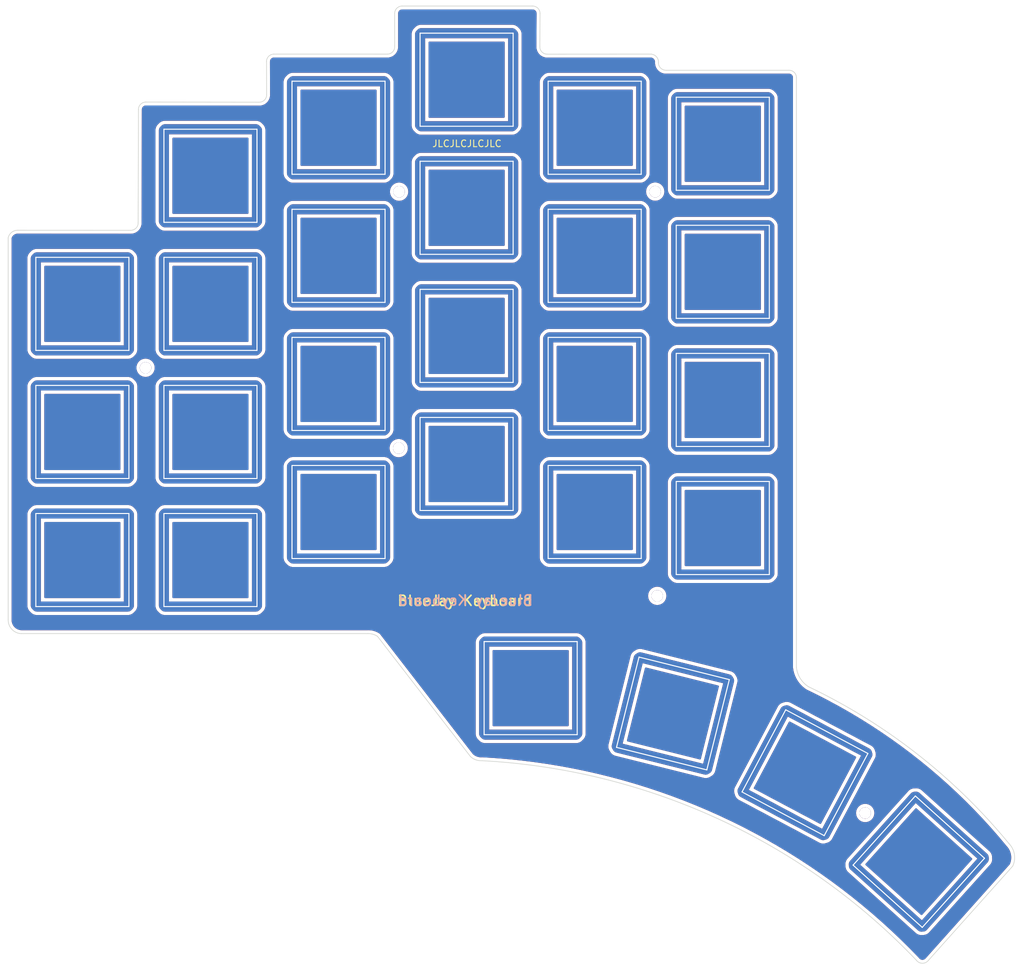
<source format=kicad_pcb>
(kicad_pcb (version 20211014) (generator pcbnew)
  (title_block (title "BlueJay Left"))
  (layers (0 "F.Cu" signal) (31 "B.Cu" signal) (36 "B.SilkS" user "B.Silkscreen") (37 "F.SilkS" user "F.Silkscreen") (38 "B.Mask" user) (39 "F.Mask" user) (44 "Edge.Cuts" user))
  (net 0 "")
  (footprint "BlueJay footprints:SW_Hole_TH" (layer "F.Cu") (at 19.05 2.3813)
    (fp_text reference "SWa3" hide)
    (fp_text value "KEYSW" hide)
    (pad "" np_thru_hole oval (at 0 -6.9215 90) (size 1.5 15) (drill oval 0.15 14) (layers *.Cu))
    (pad "" np_thru_hole oval (at -6.9215 0) (size 1.5 15) (drill oval 0.15 14) (layers *.Cu))
    (pad "" np_thru_hole oval (at 6.9215 0) (size 1.5 15) (drill oval 0.15 14) (layers *.Cu))
    (pad "" np_thru_hole oval (at 0 6.9215 90) (size 1.5 15) (drill oval 0.15 14) (layers *.Cu))
  )
  (footprint "BlueJay footprints:SW_Hole_TH" (layer "F.Cu") (at 48.2012 71.0563 -42)
    (fp_text reference "SWa5" hide)
    (fp_text value "KEYSW" hide)
    (pad "" np_thru_hole oval (at -6.9215 0 318) (size 1.5 15) (drill oval 0.15 14) (layers *.Cu))
    (pad "" np_thru_hole oval (at 0 6.9215 48) (size 1.5 15) (drill oval 0.15 14) (layers *.Cu))
    (pad "" np_thru_hole oval (at 6.9215 0 318) (size 1.5 15) (drill oval 0.15 14) (layers *.Cu))
    (pad "" np_thru_hole oval (at 0 -6.9215 48) (size 1.5 15) (drill oval 0.15 14) (layers *.Cu))
  )
  (footprint "BlueJay footprints:SW_Hole_TH" (layer "F.Cu") (at -76.2 -11.9063)
    (fp_text reference "SWf2" hide)
    (fp_text value "KEYSW" hide)
    (pad "" np_thru_hole oval (at -6.9215 0) (size 1.5 15) (drill oval 0.15 14) (layers *.Cu))
    (pad "" np_thru_hole oval (at 0 -6.9215 90) (size 1.5 15) (drill oval 0.15 14) (layers *.Cu))
    (pad "" np_thru_hole oval (at 6.9215 0) (size 1.5 15) (drill oval 0.15 14) (layers *.Cu))
    (pad "" np_thru_hole oval (at 0 6.9215 90) (size 1.5 15) (drill oval 0.15 14) (layers *.Cu))
  )
  (footprint "BlueJay footprints:SW_Hole_TH" (layer "F.Cu") (at -19.05 -26.1938)
    (fp_text reference "SWc2" hide)
    (fp_text value "KEYSW" hide)
    (pad "" np_thru_hole oval (at 0 -6.9215 90) (size 1.5 15) (drill oval 0.15 14) (layers *.Cu))
    (pad "" np_thru_hole oval (at -6.9215 0) (size 1.5 15) (drill oval 0.15 14) (layers *.Cu))
    (pad "" np_thru_hole oval (at 6.9215 0) (size 1.5 15) (drill oval 0.15 14) (layers *.Cu))
    (pad "" np_thru_hole oval (at 0 6.9215 90) (size 1.5 15) (drill oval 0.15 14) (layers *.Cu))
  )
  (footprint "BlueJay footprints:SW_Hole_TH" (layer "F.Cu") (at -38.1 -38.1)
    (fp_text reference "SWd1" hide)
    (fp_text value "KEYSW" hide)
    (pad "" np_thru_hole oval (at 6.9215 0) (size 1.5 15) (drill oval 0.15 14) (layers *.Cu))
    (pad "" np_thru_hole oval (at 0 6.9215 90) (size 1.5 15) (drill oval 0.15 14) (layers *.Cu))
    (pad "" np_thru_hole oval (at 0 -6.9215 90) (size 1.5 15) (drill oval 0.15 14) (layers *.Cu))
    (pad "" np_thru_hole oval (at -6.9215 0) (size 1.5 15) (drill oval 0.15 14) (layers *.Cu))
  )
  (footprint "BlueJay footprints:SW_Hole_TH" (layer "F.Cu") (at -19.05 -7.1438)
    (fp_text reference "SWc3" hide)
    (fp_text value "KEYSW" hide)
    (pad "" np_thru_hole oval (at 0 -6.9215 90) (size 1.5 15) (drill oval 0.15 14) (layers *.Cu))
    (pad "" np_thru_hole oval (at -6.9215 0) (size 1.5 15) (drill oval 0.15 14) (layers *.Cu))
    (pad "" np_thru_hole oval (at 6.9215 0) (size 1.5 15) (drill oval 0.15 14) (layers *.Cu))
    (pad "" np_thru_hole oval (at 0 6.9215 90) (size 1.5 15) (drill oval 0.15 14) (layers *.Cu))
  )
  (footprint "BlueJay footprints:SW_Hole_TH" (layer "F.Cu") (at -57.15 7.1438)
    (fp_text reference "SWe3" hide)
    (fp_text value "KEYSW" hide)
    (pad "" np_thru_hole oval (at 0 -6.9215 90) (size 1.5 15) (drill oval 0.15 14) (layers *.Cu))
    (pad "" np_thru_hole oval (at 6.9215 0) (size 1.5 15) (drill oval 0.15 14) (layers *.Cu))
    (pad "" np_thru_hole oval (at 0 6.9215 90) (size 1.5 15) (drill oval 0.15 14) (layers *.Cu))
    (pad "" np_thru_hole oval (at -6.9215 0) (size 1.5 15) (drill oval 0.15 14) (layers *.Cu))
  )
  (footprint "BlueJay footprints:SW_Hole_TH" (layer "F.Cu") (at -19.05 11.9063)
    (fp_text reference "SWc4" hide)
    (fp_text value "KEYSW" hide)
    (pad "" np_thru_hole oval (at 6.9215 0) (size 1.5 15) (drill oval 0.15 14) (layers *.Cu))
    (pad "" np_thru_hole oval (at 0 -6.9215 90) (size 1.5 15) (drill oval 0.15 14) (layers *.Cu))
    (pad "" np_thru_hole oval (at 0 6.9215 90) (size 1.5 15) (drill oval 0.15 14) (layers *.Cu))
    (pad "" np_thru_hole oval (at -6.9215 0) (size 1.5 15) (drill oval 0.15 14) (layers *.Cu))
  )
  (footprint "BlueJay footprints:SW_Hole_TH" (layer "F.Cu") (at -57.15 -11.9063)
    (fp_text reference "SWe2" hide)
    (fp_text value "KEYSW" hide)
    (pad "" np_thru_hole oval (at 0 -6.9215 90) (size 1.5 15) (drill oval 0.15 14) (layers *.Cu))
    (pad "" np_thru_hole oval (at 6.9215 0) (size 1.5 15) (drill oval 0.15 14) (layers *.Cu))
    (pad "" np_thru_hole oval (at 0 6.9215 90) (size 1.5 15) (drill oval 0.15 14) (layers *.Cu))
    (pad "" np_thru_hole oval (at -6.9215 0) (size 1.5 15) (drill oval 0.15 14) (layers *.Cu))
  )
  (footprint "BlueJay footprints:SW_Hole_TH" (layer "F.Cu") (at -9.525 45.2438)
    (fp_text reference "SWd5" hide)
    (fp_text value "KEYSW" hide)
    (pad "" np_thru_hole oval (at 6.9215 0) (size 1.5 15) (drill oval 0.15 14) (layers *.Cu))
    (pad "" np_thru_hole oval (at 0 6.9215 90) (size 1.5 15) (drill oval 0.15 14) (layers *.Cu))
    (pad "" np_thru_hole oval (at 0 -6.9215 90) (size 1.5 15) (drill oval 0.15 14) (layers *.Cu))
    (pad "" np_thru_hole oval (at -6.9215 0) (size 1.5 15) (drill oval 0.15 14) (layers *.Cu))
  )
  (footprint "BlueJay footprints:SW_Hole_TH" (layer "F.Cu") (at 19.05 21.4313)
    (fp_text reference "SWa4" hide)
    (fp_text value "KEYSW" hide)
    (pad "" np_thru_hole oval (at -6.9215 0) (size 1.5 15) (drill oval 0.15 14) (layers *.Cu))
    (pad "" np_thru_hole oval (at 0 -6.9215 90) (size 1.5 15) (drill oval 0.15 14) (layers *.Cu))
    (pad "" np_thru_hole oval (at 6.9215 0) (size 1.5 15) (drill oval 0.15 14) (layers *.Cu))
    (pad "" np_thru_hole oval (at 0 6.9215 90) (size 1.5 15) (drill oval 0.15 14) (layers *.Cu))
  )
  (footprint "BlueJay footprints:SW_Hole_TH" (layer "F.Cu") (at 0 -38.1)
    (fp_text reference "SWb1" hide)
    (fp_text value "KEYSW" hide)
    (pad "" np_thru_hole oval (at -6.9215 0) (size 1.5 15) (drill oval 0.15 14) (layers *.Cu))
    (pad "" np_thru_hole oval (at 0 -6.9215 90) (size 1.5 15) (drill oval 0.15 14) (layers *.Cu))
    (pad "" np_thru_hole oval (at 6.9215 0) (size 1.5 15) (drill oval 0.15 14) (layers *.Cu))
    (pad "" np_thru_hole oval (at 0 6.9215 90) (size 1.5 15) (drill oval 0.15 14) (layers *.Cu))
  )
  (footprint "BlueJay footprints:SW_Hole_TH" (layer "F.Cu") (at 0 -19.05)
    (fp_text reference "SWb2" hide)
    (fp_text value "KEYSW" hide)
    (pad "" np_thru_hole oval (at 0 -6.9215 90) (size 1.5 15) (drill oval 0.15 14) (layers *.Cu))
    (pad "" np_thru_hole oval (at 6.9215 0) (size 1.5 15) (drill oval 0.15 14) (layers *.Cu))
    (pad "" np_thru_hole oval (at 0 6.9215 90) (size 1.5 15) (drill oval 0.15 14) (layers *.Cu))
    (pad "" np_thru_hole oval (at -6.9215 0) (size 1.5 15) (drill oval 0.15 14) (layers *.Cu))
  )
  (footprint "BlueJay footprints:SW_Hole_TH" (layer "F.Cu") (at 19.05 -16.6688)
    (fp_text reference "SWa2" hide)
    (fp_text value "KEYSW" hide)
    (pad "" np_thru_hole oval (at 0 6.9215 90) (size 1.5 15) (drill oval 0.15 14) (layers *.Cu))
    (pad "" np_thru_hole oval (at 0 -6.9215 90) (size 1.5 15) (drill oval 0.15 14) (layers *.Cu))
    (pad "" np_thru_hole oval (at -6.9215 0) (size 1.5 15) (drill oval 0.15 14) (layers *.Cu))
    (pad "" np_thru_hole oval (at 6.9215 0) (size 1.5 15) (drill oval 0.15 14) (layers *.Cu))
  )
  (footprint "BlueJay footprints:Drill hole" (layer "F.Cu") (at 40.23 63.82)
    (fp_text reference "H8" hide)
    (fp_text value "M2")
    (pad "" thru_hole circle (at 0 0) (size 1.7 1.7) (drill 1.7) (layers *.Cu *.Mask))
  )
  (footprint "BlueJay footprints:SW_Hole_TH" (layer "F.Cu") (at -76.2 7.1438)
    (fp_text reference "SWf3" hide)
    (fp_text value "KEYSW" hide)
    (pad "" np_thru_hole oval (at 6.9215 0) (size 1.5 15) (drill oval 0.15 14) (layers *.Cu))
    (pad "" np_thru_hole oval (at -6.9215 0) (size 1.5 15) (drill oval 0.15 14) (layers *.Cu))
    (pad "" np_thru_hole oval (at 0 -6.9215 90) (size 1.5 15) (drill oval 0.15 14) (layers *.Cu))
    (pad "" np_thru_hole oval (at 0 6.9215 90) (size 1.5 15) (drill oval 0.15 14) (layers *.Cu))
  )
  (footprint "BlueJay footprints:SW_Hole_TH" (layer "F.Cu") (at -38.1 19.05)
    (fp_text reference "SWd4" hide)
    (fp_text value "KEYSW" hide)
    (pad "" np_thru_hole oval (at 0 6.9215 90) (size 1.5 15) (drill oval 0.15 14) (layers *.Cu))
    (pad "" np_thru_hole oval (at 6.9215 0) (size 1.5 15) (drill oval 0.15 14) (layers *.Cu))
    (pad "" np_thru_hole oval (at 0 -6.9215 90) (size 1.5 15) (drill oval 0.15 14) (layers *.Cu))
    (pad "" np_thru_hole oval (at -6.9215 0) (size 1.5 15) (drill oval 0.15 14) (layers *.Cu))
  )
  (footprint "BlueJay footprints:Drill hole" (layer "F.Cu") (at 9 -28.6)
    (fp_text reference "H5" hide)
    (fp_text value "M2")
    (pad "" thru_hole circle (at 0 0) (size 1.7 1.7) (drill 1.7) (layers *.Cu *.Mask))
  )
  (footprint "BlueJay footprints:SW_Hole_TH" (layer "F.Cu") (at 0 19.05)
    (fp_text reference "SWb4" hide)
    (fp_text value "KEYSW" hide)
    (pad "" np_thru_hole oval (at 6.9215 0) (size 1.5 15) (drill oval 0.15 14) (layers *.Cu))
    (pad "" np_thru_hole oval (at 0 -6.9215 90) (size 1.5 15) (drill oval 0.15 14) (layers *.Cu))
    (pad "" np_thru_hole oval (at 0 6.9215 90) (size 1.5 15) (drill oval 0.15 14) (layers *.Cu))
    (pad "" np_thru_hole oval (at -6.9215 0) (size 1.5 15) (drill oval 0.15 14) (layers *.Cu))
  )
  (footprint "BlueJay footprints:SW_Hole_TH" (layer "F.Cu") (at -57.15 26.1938)
    (fp_text reference "SWe4" hide)
    (fp_text value "KEYSW" hide)
    (pad "" np_thru_hole oval (at 0 6.9215 90) (size 1.5 15) (drill oval 0.15 14) (layers *.Cu))
    (pad "" np_thru_hole oval (at 6.9215 0) (size 1.5 15) (drill oval 0.15 14) (layers *.Cu))
    (pad "" np_thru_hole oval (at -6.9215 0) (size 1.5 15) (drill oval 0.15 14) (layers *.Cu))
    (pad "" np_thru_hole oval (at 0 -6.9215 90) (size 1.5 15) (drill oval 0.15 14) (layers *.Cu))
  )
  (footprint "BlueJay footprints:SW_Hole_TH" (layer "F.Cu") (at 19.05 -35.7188)
    (fp_text reference "SWa1" hide)
    (fp_text value "KEYSW" hide)
    (pad "" np_thru_hole oval (at 6.9215 0) (size 1.5 15) (drill oval 0.15 14) (layers *.Cu))
    (pad "" np_thru_hole oval (at 0 6.9215 90) (size 1.5 15) (drill oval 0.15 14) (layers *.Cu))
    (pad "" np_thru_hole oval (at -6.9215 0) (size 1.5 15) (drill oval 0.15 14) (layers *.Cu))
    (pad "" np_thru_hole oval (at 0 -6.9215 90) (size 1.5 15) (drill oval 0.15 14) (layers *.Cu))
  )
  (footprint "BlueJay footprints:Drill hole" (layer "F.Cu") (at -66.8 -2.4)
    (fp_text reference "H7" hide)
    (fp_text value "M2")
    (pad "" thru_hole circle (at 0 0) (size 1.7 1.7) (drill 1.7) (layers *.Cu *.Mask))
  )
  (footprint "BlueJay footprints:MountingHole_2.2mm_M2_Pad" (layer "F.Cu") (at 9.3 31.52)
    (fp_text reference "H3")
    (fp_text value "M2")
    (pad "1" thru_hole circle (at 0 0) (size 1.7 1.7) (drill 1.7) (layers *.Cu *.Mask))
  )
  (footprint "BlueJay footprints:SW_Hole_TH" (layer "F.Cu") (at 0 0)
    (fp_text reference "SWb3" hide)
    (fp_text value "KEYSW" hide)
    (pad "" np_thru_hole oval (at 6.9215 0) (size 1.5 15) (drill oval 0.15 14) (layers *.Cu))
    (pad "" np_thru_hole oval (at 0 -6.9215 90) (size 1.5 15) (drill oval 0.15 14) (layers *.Cu))
    (pad "" np_thru_hole oval (at -6.9215 0) (size 1.5 15) (drill oval 0.15 14) (layers *.Cu))
    (pad "" np_thru_hole oval (at 0 6.9215 90) (size 1.5 15) (drill oval 0.15 14) (layers *.Cu))
  )
  (footprint "BlueJay footprints:SW_Hole_TH" (layer "F.Cu") (at 31.2712 57.8263 -28)
    (fp_text reference "SWb5" hide)
    (fp_text value "KEYSW" hide)
    (pad "" np_thru_hole oval (at 0 -6.9215 62) (size 1.5 15) (drill oval 0.15 14) (layers *.Cu))
    (pad "" np_thru_hole oval (at 6.9215 0 332) (size 1.5 15) (drill oval 0.15 14) (layers *.Cu))
    (pad "" np_thru_hole oval (at 0 6.9215 62) (size 1.5 15) (drill oval 0.15 14) (layers *.Cu))
    (pad "" np_thru_hole oval (at -6.9215 0 332) (size 1.5 15) (drill oval 0.15 14) (layers *.Cu))
  )
  (footprint "BlueJay footprints:Drill hole" (layer "F.Cu") (at -29.15 9.55)
    (fp_text reference "H6" hide)
    (fp_text value "M2")
    (pad "" thru_hole circle (at 0 0) (size 1.7 1.7) (drill 1.7) (layers *.Cu *.Mask))
  )
  (footprint "BlueJay footprints:Drill hole" (layer "F.Cu") (at -29.09 -28.59)
    (fp_text reference "H4" hide)
    (fp_text value "M2")
    (pad "" thru_hole circle (at 0 0) (size 1.7 1.7) (drill 1.7) (layers *.Cu *.Mask))
  )
  (footprint "BlueJay footprints:SW_Hole_TH" (layer "F.Cu") (at -19.05 -45.2438)
    (fp_text reference "SWc1" hide)
    (fp_text value "KEYSW" hide)
    (pad "" np_thru_hole oval (at -6.9215 0) (size 1.5 15) (drill oval 0.15 14) (layers *.Cu))
    (pad "" np_thru_hole oval (at 6.9215 0) (size 1.5 15) (drill oval 0.15 14) (layers *.Cu))
    (pad "" np_thru_hole oval (at 0 -6.9215 90) (size 1.5 15) (drill oval 0.15 14) (layers *.Cu))
    (pad "" np_thru_hole oval (at 0 6.9215 90) (size 1.5 15) (drill oval 0.15 14) (layers *.Cu))
  )
  (footprint "BlueJay footprints:SW_Hole_TH" (layer "F.Cu") (at -57.15 -30.9563)
    (fp_text reference "SWe1" hide)
    (fp_text value "KEYSW" hide)
    (pad "" np_thru_hole oval (at 0 6.9215 90) (size 1.5 15) (drill oval 0.15 14) (layers *.Cu))
    (pad "" np_thru_hole oval (at -6.9215 0) (size 1.5 15) (drill oval 0.15 14) (layers *.Cu))
    (pad "" np_thru_hole oval (at 6.9215 0) (size 1.5 15) (drill oval 0.15 14) (layers *.Cu))
    (pad "" np_thru_hole oval (at 0 -6.9215 90) (size 1.5 15) (drill oval 0.15 14) (layers *.Cu))
  )
  (footprint "BlueJay footprints:SW_Hole_TH" (layer "F.Cu") (at -76.2 26.1938)
    (fp_text reference "SWf4" hide)
    (fp_text value "KEYSW" hide)
    (pad "" np_thru_hole oval (at -6.9215 0) (size 1.5 15) (drill oval 0.15 14) (layers *.Cu))
    (pad "" np_thru_hole oval (at 6.9215 0) (size 1.5 15) (drill oval 0.15 14) (layers *.Cu))
    (pad "" np_thru_hole oval (at 0 6.9215 90) (size 1.5 15) (drill oval 0.15 14) (layers *.Cu))
    (pad "" np_thru_hole oval (at 0 -6.9215 90) (size 1.5 15) (drill oval 0.15 14) (layers *.Cu))
  )
  (footprint "BlueJay footprints:SW_Hole_TH" (layer "F.Cu") (at -38.1 0)
    (fp_text reference "SWd3" hide)
    (fp_text value "KEYSW" hide)
    (pad "" np_thru_hole oval (at 0 -6.9215 90) (size 1.5 15) (drill oval 0.15 14) (layers *.Cu))
    (pad "" np_thru_hole oval (at 0 6.9215 90) (size 1.5 15) (drill oval 0.15 14) (layers *.Cu))
    (pad "" np_thru_hole oval (at 6.9215 0) (size 1.5 15) (drill oval 0.15 14) (layers *.Cu))
    (pad "" np_thru_hole oval (at -6.9215 0) (size 1.5 15) (drill oval 0.15 14) (layers *.Cu))
  )
  (footprint "BlueJay footprints:SW_Hole_TH" (layer "F.Cu") (at 11.6312 49.0163 -14)
    (fp_text reference "SWc5" hide)
    (fp_text value "KEYSW" hide)
    (pad "" np_thru_hole oval (at 6.9215 0 346) (size 1.5 15) (drill oval 0.15 14) (layers *.Cu))
    (pad "" np_thru_hole oval (at -6.9215 0 346) (size 1.5 15) (drill oval 0.15 14) (layers *.Cu))
    (pad "" np_thru_hole oval (at 0 6.9215 76) (size 1.5 15) (drill oval 0.15 14) (layers *.Cu))
    (pad "" np_thru_hole oval (at 0 -6.9215 76) (size 1.5 15) (drill oval 0.15 14) (layers *.Cu))
  )
  (footprint "BlueJay footprints:SW_Hole_TH" (layer "F.Cu") (at -38.1 -19.05)
    (fp_text reference "SWd2" hide)
    (fp_text value "KEYSW" hide)
    (pad "" np_thru_hole oval (at 6.9215 0) (size 1.5 15) (drill oval 0.15 14) (layers *.Cu))
    (pad "" np_thru_hole oval (at 0 -6.9215 90) (size 1.5 15) (drill oval 0.15 14) (layers *.Cu))
    (pad "" np_thru_hole oval (at -6.9215 0) (size 1.5 15) (drill oval 0.15 14) (layers *.Cu))
    (pad "" np_thru_hole oval (at 0 6.9215 90) (size 1.5 15) (drill oval 0.15 14) (layers *.Cu))
  )
  (gr_arc (start -48.81 -47.94) (mid -48.494889 -48.720746) (end -47.72 -49.05) (layer "Edge.Cuts") (width 0.1))
  (gr_arc (start -87.23 -21.74) (mid -86.725569 -22.541982) (end -85.831552 -22.855605) (layer "Edge.Cuts") (width 0.1))
  (gr_line (start 10.63 -46.65) (end 28.91 -46.65) (layer "Edge.Cuts") (width 0.1))
  (gr_line (start -85.831552 -22.855605) (end -68.99133 -22.847097) (layer "Edge.Cuts") (width 0.1))
  (gr_line (start 62.17 71.72) (end 49.62 85.75) (layer "Edge.Cuts") (width 0.1))
  (gr_line (start -48.81 -47.94) (end -48.79133 -43.007097) (layer "Edge.Cuts") (width 0.1))
  (gr_arc (start -9.26 -56.2) (mid -8.459702 -55.884537) (end -8.13 -55.09) (layer "Edge.Cuts") (width 0.1))
  (gr_line (start -29.751552 -55.085605) (end -29.746441 -50.156351) (layer "Edge.Cuts") (width 0.1))
  (gr_line (start -9.26 -56.2) (end -28.66 -56.2) (layer "Edge.Cuts") (width 0.1))
  (gr_line (start -66.771552 -41.92) (end -49.88133 -41.897097) (layer "Edge.Cuts") (width 0.1))
  (gr_arc (start -16.74 56.04) (mid -17.667469 55.912166) (end -18.47 55.43) (layer "Edge.Cuts") (width 0.1))
  (gr_line (start -47.72 -49.05) (end -30.836441 -49.046351) (layer "Edge.Cuts") (width 0.1))
  (gr_line (start -8.13 -55.09) (end -8.164627 -50.134734) (layer "Edge.Cuts") (width 0.1))
  (gr_arc (start -16.74 56.04) (mid 18.380681 64.696706) (end 47.83 85.7) (layer "Edge.Cuts") (width 0.1))
  (gr_line (start 30 -45.54) (end 30 42.15) (layer "Edge.Cuts") (width 0.1))
  (gr_arc (start 61.62 68.37) (mid 62.419111 69.958952) (end 62.17 71.72) (layer "Edge.Cuts") (width 0.1))
  (gr_arc (start 28.91 -46.65) (mid 29.690197 -46.325966) (end 30 -45.54) (layer "Edge.Cuts") (width 0.1))
  (gr_arc (start -85.23 37.14) (mid -86.648353 36.53717) (end -87.23 35.11) (layer "Edge.Cuts") (width 0.1))
  (gr_line (start -87.23 -21.74) (end -87.23 35.11) (layer "Edge.Cuts") (width 0.1))
  (gr_line (start -67.861552 -40.8) (end -67.90133 -23.95) (layer "Edge.Cuts") (width 0.1))
  (gr_line (start -85.23 37.14) (end -33.72 37.14) (layer "Edge.Cuts") (width 0.1))
  (gr_arc (start 10.63 -46.65) (mid 9.829254 -46.956827) (end 9.48 -47.74) (layer "Edge.Cuts") (width 0.1))
  (gr_arc (start -7.05 -49.04) (mid -7.834041 -49.35652) (end -8.164627 -50.134734) (layer "Edge.Cuts") (width 0.1))
  (gr_arc (start -48.79133 -43.007097) (mid -49.106441 -42.226351) (end -49.88133 -41.897097) (layer "Edge.Cuts") (width 0.1))
  (gr_line (start -32.31 37.54) (end -18.47 55.43) (layer "Edge.Cuts") (width 0.1))
  (gr_arc (start 31.81 45.04) (mid 47.995192 55.066627) (end 61.62 68.37) (layer "Edge.Cuts") (width 0.1))
  (gr_line (start -7.05 -49.04) (end 8.39 -49.05) (layer "Edge.Cuts") (width 0.1))
  (gr_arc (start -33.72 37.14) (mid -32.98386 37.23023) (end -32.31 37.54) (layer "Edge.Cuts") (width 0.1))
  (gr_arc (start -67.90133 -23.95) (mid -68.217911 -23.172802) (end -68.99133 -22.847097) (layer "Edge.Cuts") (width 0.1))
  (gr_arc (start -29.746441 -50.156351) (mid -30.061552 -49.375605) (end -30.836441 -49.046351) (layer "Edge.Cuts") (width 0.1))
  (gr_arc (start 31.81 45.04) (mid 30.575378 43.801442) (end 30 42.15) (layer "Edge.Cuts") (width 0.1))
  (gr_arc (start -29.751552 -55.085605) (mid -29.436575 -55.86887) (end -28.66 -56.2) (layer "Edge.Cuts") (width 0.1))
  (gr_arc (start 49.62 85.75) (mid 48.712671 86.166365) (end 47.83 85.7) (layer "Edge.Cuts") (width 0.1))
  (gr_arc (start -67.861552 -40.8) (mid -67.548512 -41.585746) (end -66.771552 -41.92) (layer "Edge.Cuts") (width 0.1))
  (gr_arc (start 8.39 -49.05) (mid 9.212693 -48.626058) (end 9.48 -47.74) (layer "Edge.Cuts") (width 0.1))
  (gr_text "BlueJay Keyboard" (at -19.2 32.2) (layer "B.SilkS") (effects (font (size 1.5 1.5) (thickness 0.25)) (justify mirror)))
  (gr_text "JLCJLCJLCJLC" (at -19 -35.74) (layer "F.SilkS") (effects (font (size 1 1))))
  (gr_text "BlueJay Keyboard" (at -19.32 32.25) (layer "F.SilkS") (effects (font (size 1.5 1.5) (thickness 0.25))))
  (zone (net 0) (net_name "") (layers F&B.Cu) (connect_pads yes (clearance 0.508)) (min_thickness 0.254) (fill yes (thermal_gap 0.508) (thermal_bridge_width 0.508))
    (polygon (pts (xy -29.1 -57.1) (xy 31.04249 -56.775717) (xy 30.885683 32.343488) (xy 63.86 71) (xy 49.15 87.33) (xy 17.205584 65.204371) (xy -18.854416 56.614371) (xy -33.543275 37.918616) (xy -87.993275 37.748616) (xy -88.449914 -34.412332)))
  )
)
</source>
